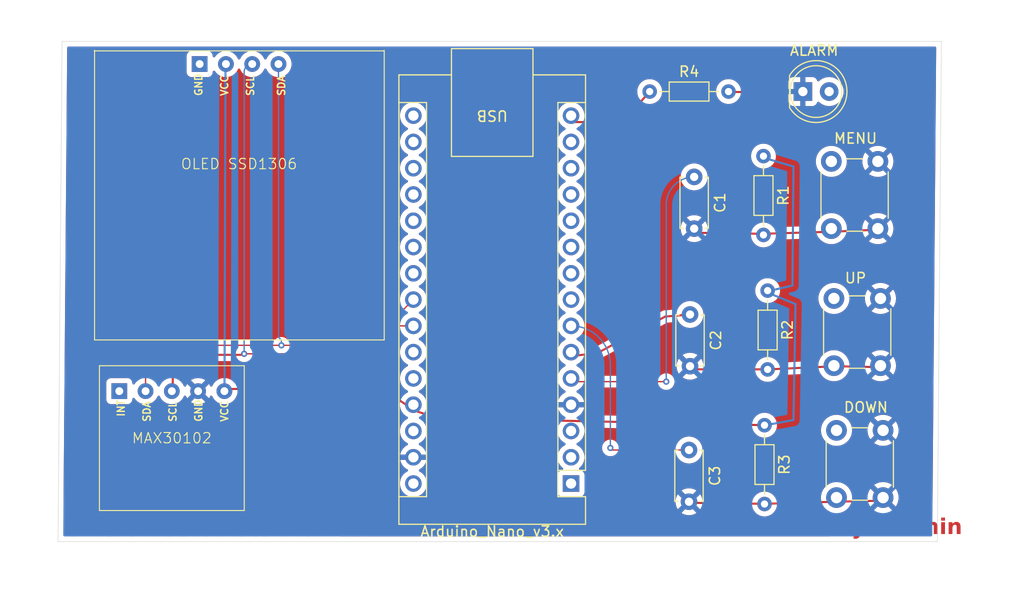
<source format=kicad_pcb>
(kicad_pcb (version 20240108) (generator "pcbnew") (generator_version "8.0")
  (layers (0 "F.Cu" signal "Front") (1 "In1.Cu" signal) (2 "In2.Cu" signal) (31 "B.Cu" signal "Back") (34 "B.Paste" user) (35 "F.Paste" user) (36 "B.SilkS" user "B.Silkscreen") (37 "F.SilkS" user "F.Silkscreen") (38 "B.Mask" user) (39 "F.Mask" user) (44 "Edge.Cuts" user))
  (net 0 "")
  (net 1 "Net-(A1-D3)")
  (net 9 "Net-(A1-A5)")
  (net 14 "Net-(A1-D12)")
  (net 15 "Net-(A1-D2)")
  (net 21 "GND")
  (net 24 "Net-(A1-D4)")
  (net 26 "+5V")
  (net 29 "Net-(A1-A4)")
  (net 30 "Net-(D1-A)")
  (net 32 "VCC")
  (footprint "Capacitor_THT:C_Disc_D4.7mm_W2.5mm_P5.00mm" (layer "F.Cu") (at 171 91.52 -90)
    (property "Reference" "C2" (at 2.5 -2.5 90) (layer "F.SilkS"))
    (property "Value" "100n")
    (fp_line (start 0.03 1.37) (end 4.97 1.37) (stroke (width 0.12)) (layer "F.SilkS"))
    (fp_line (start 0.03 1.055) (end 0.03 1.37) (stroke (width 0.12)) (layer "F.SilkS"))
    (fp_line (start 4.97 1.055) (end 4.97 1.37) (stroke (width 0.12)) (layer "F.SilkS"))
    (fp_line (start 0.03 -1.37) (end 0.03 -1.055) (stroke (width 0.12)) (layer "F.SilkS"))
    (fp_line (start 0.03 -1.37) (end 4.97 -1.37) (stroke (width 0.12)) (layer "F.SilkS"))
    (fp_line (start 4.97 -1.37) (end 4.97 -1.055) (stroke (width 0.12)) (layer "F.SilkS"))
    (pad "1" thru_hole circle (at 0 0 270) (size 1.6 1.6) (drill 0.8) (layers "*.Cu" "*.Mask") (net 1 "Net-(A1-D3)"))
    (pad "2" thru_hole circle (at 5 0 270) (size 1.6 1.6) (drill 0.8) (layers "*.Cu" "*.Mask") (net 21 "GND"))
  )
  (footprint "LED_THT:LED_D5.0mm" (layer "F.Cu") (at 181.91 69.97)
    (property "Reference" "ALARM" (at 1.09 -3.97 0) (layer "F.SilkS"))
    (property "Value" "LED")
    (fp_line (start -1.29 -1.545) (end -1.29 1.545) (stroke (width 0.12)) (layer "F.SilkS"))
    (fp_arc (start -1.29 -1.54483) (mid 2.071756 -2.880501) (end 4.26 -0.000048) (stroke (width 0.12)) (layer "F.SilkS"))
    (fp_arc (start 4.26 0.000048) (mid 2.071756 2.880501) (end -1.29 1.54483) (stroke (width 0.12)) (layer "F.SilkS"))
    (fp_circle (center 1.27 0) (end 3.77 0) (stroke (width 0.12)) (fill none) (layer "F.SilkS"))
    (pad "1" thru_hole rect (at 0 0) (size 1.8 1.8) (drill 0.9) (layers "*.Cu" "*.Mask") (net 21 "GND"))
    (pad "2" thru_hole circle (at 2.54 0) (size 1.8 1.8) (drill 0.9) (layers "*.Cu" "*.Mask") (net 30 "Net-(D1-A)"))
  )
  (footprint "Button_Switch_THT:SW_PUSH_6mm" (layer "F.Cu") (at 189.16 76.72 -90)
    (property "Reference" "MENU" (at -2.22 2.16 180) (layer "F.SilkS"))
    (property "Value" "SW_Push")
    (fp_line (start 1 5.5) (end 5.5 5.5) (stroke (width 0.12)) (layer "F.SilkS"))
    (fp_line (start 6.75 3) (end 6.75 1.5) (stroke (width 0.12)) (layer "F.SilkS"))
    (fp_line (start -0.25 1.5) (end -0.25 3) (stroke (width 0.12)) (layer "F.SilkS"))
    (fp_line (start 5.5 -1) (end 1 -1) (stroke (width 0.12)) (layer "F.SilkS"))
    (pad "1" thru_hole circle (at 0 0) (size 2 2) (drill 1.1) (layers "*.Cu" "*.Mask") (net 21 "GND"))
    (pad "1" thru_hole circle (at 6.5 0) (size 2 2) (drill 1.1) (layers "*.Cu" "*.Mask") (net 21 "GND"))
    (pad "2" thru_hole circle (at 0 4.5) (size 2 2) (drill 1.1) (layers "*.Cu" "*.Mask") (net 15 "Net-(A1-D2)"))
    (pad "2" thru_hole circle (at 6.5 4.5) (size 2 2) (drill 1.1) (layers "*.Cu" "*.Mask") (net 15 "Net-(A1-D2)"))
  )
  (footprint "SPO2_Stuff:SSD1306" (layer "F.Cu") (at 127.41 77.47)
    (property "Reference" "OLED SSD1306" (at 0 -0.5 0) (layer "F.SilkS") (effects (font (thickness 0.1))))
    (property "Value" "SSD1306")
    (fp_line (start -14 -11.43) (end 14 -11.43) (stroke (width 0.1)) (layer "F.SilkS"))
    (fp_line (start -13.97 16.51) (end -13.97 -11.49) (stroke (width 0.1)) (layer "F.SilkS"))
    (fp_line (start 14.03 -11.49) (end 14.03 16.51) (stroke (width 0.1)) (layer "F.SilkS"))
    (fp_line (start 14.03 16.51) (end -13.97 16.51) (stroke (width 0.1)) (layer "F.SilkS"))
    (fp_text user "SCL" (at 1.5 -7 90) (layer "F.SilkS") (effects (font (size 0.7 0.7) (thickness 0.14) (bold yes)) (justify left bottom)))
    (fp_text user "SDA" (at 4.5 -7 90) (layer "F.SilkS") (effects (font (size 0.7 0.7) (thickness 0.14) (bold yes)) (justify left bottom)))
    (fp_text user "GND" (at -3.5 -7 90) (layer "F.SilkS") (effects (font (size 0.7 0.7) (thickness 0.14) (bold yes)) (justify left bottom)))
    (fp_text user "VCC" (at -1 -7 90) (layer "F.SilkS") (effects (font (size 0.7 0.7) (thickness 0.14) (bold yes)) (justify left bottom)))
    (pad "1" thru_hole rect (at -3.81 -10.16) (size 1.524 1.524) (drill 0.762) (layers "*.Cu" "*.Mask"))
    (pad "2" thru_hole circle (at -1.27 -10.16) (size 1.524 1.524) (drill 0.762) (layers "*.Cu" "*.Mask") (net 32 "VCC"))
    (pad "3" thru_hole circle (at 1.27 -10.16) (size 1.524 1.524) (drill 0.762) (layers "*.Cu" "*.Mask") (net 9 "Net-(A1-A5)"))
    (pad "4" thru_hole circle (at 3.81 -10.16) (size 1.524 1.524) (drill 0.762) (layers "*.Cu" "*.Mask") (net 29 "Net-(A1-A4)"))
  )
  (footprint "SPO2_Stuff:MAX30102" (layer "F.Cu") (at 120.91 101.47)
    (property "Reference" "MAX30102" (at 0 2 0) (layer "F.SilkS") (effects (font (thickness 0.1))))
    (property "Value" "MAX30102")
    (fp_line (start -7 -5) (end 7 -5) (stroke (width 0.1)) (layer "F.SilkS"))
    (fp_line (start -7 9) (end -7 -5) (stroke (width 0.1)) (layer "F.SilkS"))
    (fp_line (start 7 -5) (end 7 9) (stroke (width 0.1)) (layer "F.SilkS"))
    (fp_line (start 7 9) (end -7 9) (stroke (width 0.1)) (layer "F.SilkS"))
    (fp_text user "SCL" (at 0.5 0.5 90) (layer "F.SilkS") (effects (font (size 0.7 0.7) (thickness 0.14) (bold yes)) (justify left bottom)))
    (fp_text user "VCC" (at 5.5 0.5 90) (layer "F.SilkS") (effects (font (size 0.7 0.7) (thickness 0.14) (bold yes)) (justify left bottom)))
    (fp_text user "INT" (at -4.5 0 90) (layer "F.SilkS") (effects (font (size 0.7 0.7) (thickness 0.14) (bold yes)) (justify left bottom)))
    (fp_text user "SDA" (at -2 0.5 90) (layer "F.SilkS") (effects (font (size 0.7 0.7) (thickness 0.14) (bold yes)) (justify left bottom)))
    (fp_text user "GND" (at 3 0.5 90) (layer "F.SilkS") (effects (font (size 0.7 0.7) (thickness 0.14) (bold yes)) (justify left bottom)))
    (pad "1" thru_hole rect (at -5.08 -2.54) (size 1.524 1.524) (drill 0.762) (layers "*.Cu" "*.Mask"))
    (pad "2" thru_hole circle (at -2.54 -2.54) (size 1.524 1.524) (drill 0.762) (layers "*.Cu" "*.Mask") (net 29 "Net-(A1-A4)"))
    (pad "3" thru_hole circle (at 0 -2.54) (size 1.524 1.524) (drill 0.762) (layers "*.Cu" "*.Mask") (net 9 "Net-(A1-A5)"))
    (pad "4" thru_hole circle (at 2.54 -2.54) (size 1.524 1.524) (drill 0.762) (layers "*.Cu" "*.Mask") (net 21 "GND"))
    (pad "5" thru_hole circle (at 5.08 -2.54) (size 1.524 1.524) (drill 0.762) (layers "*.Cu" "*.Mask") (net 32 "VCC"))
  )
  (footprint "Resistor_THT:R_Axial_DIN0204_L3.6mm_D1.6mm_P7.62mm_Horizontal" (layer "F.Cu") (at 178.5 89.21 -90)
    (property "Reference" "R2" (at 3.81 -1.92 90) (layer "F.SilkS"))
    (property "Value" "1k")
    (fp_line (start 1.89 0.92) (end 5.73 0.92) (stroke (width 0.12)) (layer "F.SilkS"))
    (fp_line (start 5.73 0.92) (end 5.73 -0.92) (stroke (width 0.12)) (layer "F.SilkS"))
    (fp_line (start 0.94 0) (end 1.89 0) (stroke (width 0.12)) (layer "F.SilkS"))
    (fp_line (start 6.68 0) (end 5.73 0) (stroke (width 0.12)) (layer "F.SilkS"))
    (fp_line (start 1.89 -0.92) (end 1.89 0.92) (stroke (width 0.12)) (layer "F.SilkS"))
    (fp_line (start 5.73 -0.92) (end 1.89 -0.92) (stroke (width 0.12)) (layer "F.SilkS"))
    (pad "1" thru_hole circle (at 0 0 270) (size 1.4 1.4) (drill 0.7) (layers "*.Cu" "*.Mask") (net 26 "+5V"))
    (pad "2" thru_hole oval (at 7.62 0 270) (size 1.4 1.4) (drill 0.7) (layers "*.Cu" "*.Mask") (net 1 "Net-(A1-D3)"))
  )
  (footprint "Resistor_THT:R_Axial_DIN0204_L3.6mm_D1.6mm_P7.62mm_Horizontal" (layer "F.Cu") (at 178.1 76.21 -90)
    (property "Reference" "R1" (at 3.81 -1.92 90) (layer "F.SilkS"))
    (property "Value" "1k")
    (fp_line (start 1.89 0.92) (end 5.73 0.92) (stroke (width 0.12)) (layer "F.SilkS"))
    (fp_line (start 5.73 0.92) (end 5.73 -0.92) (stroke (width 0.12)) (layer "F.SilkS"))
    (fp_line (start 0.94 0) (end 1.89 0) (stroke (width 0.12)) (layer "F.SilkS"))
    (fp_line (start 6.68 0) (end 5.73 0) (stroke (width 0.12)) (layer "F.SilkS"))
    (fp_line (start 1.89 -0.92) (end 1.89 0.92) (stroke (width 0.12)) (layer "F.SilkS"))
    (fp_line (start 5.73 -0.92) (end 1.89 -0.92) (stroke (width 0.12)) (layer "F.SilkS"))
    (pad "1" thru_hole circle (at 0 0 270) (size 1.4 1.4) (drill 0.7) (layers "*.Cu" "*.Mask") (net 26 "+5V"))
    (pad "2" thru_hole oval (at 7.62 0 270) (size 1.4 1.4) (drill 0.7) (layers "*.Cu" "*.Mask") (net 15 "Net-(A1-D2)"))
  )
  (footprint "Button_Switch_THT:SW_PUSH_6mm" (layer "F.Cu") (at 189.41 89.97 -90)
    (property "Reference" "UP" (at -1.97 2.41 180) (layer "F.SilkS"))
    (property "Value" "SW_Push")
    (fp_line (start 1 5.5) (end 5.5 5.5) (stroke (width 0.12)) (layer "F.SilkS"))
    (fp_line (start 6.75 3) (end 6.75 1.5) (stroke (width 0.12)) (layer "F.SilkS"))
    (fp_line (start -0.25 1.5) (end -0.25 3) (stroke (width 0.12)) (layer "F.SilkS"))
    (fp_line (start 5.5 -1) (end 1 -1) (stroke (width 0.12)) (layer "F.SilkS"))
    (pad "1" thru_hole circle (at 0 0) (size 2 2) (drill 1.1) (layers "*.Cu" "*.Mask") (net 21 "GND"))
    (pad "1" thru_hole circle (at 6.5 0) (size 2 2) (drill 1.1) (layers "*.Cu" "*.Mask") (net 21 "GND"))
    (pad "2" thru_hole circle (at 0 4.5) (size 2 2) (drill 1.1) (layers "*.Cu" "*.Mask") (net 1 "Net-(A1-D3)"))
    (pad "2" thru_hole circle (at 6.5 4.5) (size 2 2) (drill 1.1) (layers "*.Cu" "*.Mask") (net 1 "Net-(A1-D3)"))
  )
  (footprint "Capacitor_THT:C_Disc_D4.7mm_W2.5mm_P5.00mm" (layer "F.Cu") (at 170.9 104.62 -90)
    (property "Reference" "C3" (at 2.5 -2.5 90) (layer "F.SilkS"))
    (property "Value" "100n")
    (fp_line (start 0.03 1.37) (end 4.97 1.37) (stroke (width 0.12)) (layer "F.SilkS"))
    (fp_line (start 0.03 1.055) (end 0.03 1.37) (stroke (width 0.12)) (layer "F.SilkS"))
    (fp_line (start 4.97 1.055) (end 4.97 1.37) (stroke (width 0.12)) (layer "F.SilkS"))
    (fp_line (start 0.03 -1.37) (end 0.03 -1.055) (stroke (width 0.12)) (layer "F.SilkS"))
    (fp_line (start 0.03 -1.37) (end 4.97 -1.37) (stroke (width 0.12)) (layer "F.SilkS"))
    (fp_line (start 4.97 -1.37) (end 4.97 -1.055) (stroke (width 0.12)) (layer "F.SilkS"))
    (pad "1" thru_hole circle (at 0 0 270) (size 1.6 1.6) (drill 0.8) (layers "*.Cu" "*.Mask") (net 24 "Net-(A1-D4)"))
    (pad "2" thru_hole circle (at 5 0 270) (size 1.6 1.6) (drill 0.8) (layers "*.Cu" "*.Mask") (net 21 "GND"))
  )
  (footprint "Resistor_THT:R_Axial_DIN0204_L3.6mm_D1.6mm_P7.62mm_Horizontal" (layer "F.Cu") (at 167.1 69.97)
    (property "Reference" "R4" (at 3.81 -1.92 0) (layer "F.SilkS"))
    (property "Value" "1k")
    (fp_line (start 0.94 0) (end 1.89 0) (stroke (width 0.12)) (layer "F.SilkS"))
    (fp_line (start 1.89 -0.92) (end 1.89 0.92) (stroke (width 0.12)) (layer "F.SilkS"))
    (fp_line (start 1.89 0.92) (end 5.73 0.92) (stroke (width 0.12)) (layer "F.SilkS"))
    (fp_line (start 5.73 -0.92) (end 1.89 -0.92) (stroke (width 0.12)) (layer "F.SilkS"))
    (fp_line (start 5.73 0.92) (end 5.73 -0.92) (stroke (width 0.12)) (layer "F.SilkS"))
    (fp_line (start 6.68 0) (end 5.73 0) (stroke (width 0.12)) (layer "F.SilkS"))
    (pad "1" thru_hole circle (at 0 0) (size 1.4 1.4) (drill 0.7) (layers "*.Cu" "*.Mask") (net 14 "Net-(A1-D12)"))
    (pad "2" thru_hole oval (at 7.62 0) (size 1.4 1.4) (drill 0.7) (layers "*.Cu" "*.Mask") (net 30 "Net-(D1-A)"))
  )
  (footprint "Resistor_THT:R_Axial_DIN0204_L3.6mm_D1.6mm_P7.62mm_Horizontal" (layer "F.Cu") (at 178.2 102.22 -90)
    (property "Reference" "R3" (at 3.81 -1.92 90) (layer "F.SilkS"))
    (property "Value" "1k")
    (fp_line (start 1.89 0.92) (end 5.73 0.92) (stroke (width 0.12)) (layer "F.SilkS"))
    (fp_line (start 5.73 0.92) (end 5.73 -0.92) (stroke (width 0.12)) (layer "F.SilkS"))
    (fp_line (start 0.94 0) (end 1.89 0) (stroke (width 0.12)) (layer "F.SilkS"))
    (fp_line (start 6.68 0) (end 5.73 0) (stroke (width 0.12)) (layer "F.SilkS"))
    (fp_line (start 1.89 -0.92) (end 1.89 0.92) (stroke (width 0.12)) (layer "F.SilkS"))
    (fp_line (start 5.73 -0.92) (end 1.89 -0.92) (stroke (width 0.12)) (layer "F.SilkS"))
    (pad "1" thru_hole circle (at 0 0 270) (size 1.4 1.4) (drill 0.7) (layers "*.Cu" "*.Mask") (net 26 "+5V"))
    (pad "2" thru_hole oval (at 7.62 0 270) (size 1.4 1.4) (drill 0.7) (layers "*.Cu" "*.Mask") (net 24 "Net-(A1-D4)"))
  )
  (footprint "Button_Switch_THT:SW_PUSH_6mm" (layer "F.Cu") (at 189.66 102.72 -90)
    (property "Reference" "DOWN" (at -2.22 1.66 180) (layer "F.SilkS"))
    (property "Value" "SW_Push")
    (fp_line (start 1 5.5) (end 5.5 5.5) (stroke (width 0.12)) (layer "F.SilkS"))
    (fp_line (start 6.75 3) (end 6.75 1.5) (stroke (width 0.12)) (layer "F.SilkS"))
    (fp_line (start -0.25 1.5) (end -0.25 3) (stroke (width 0.12)) (layer "F.SilkS"))
    (fp_line (start 5.5 -1) (end 1 -1) (stroke (width 0.12)) (layer "F.SilkS"))
    (pad "1" thru_hole circle (at 0 0) (size 2 2) (drill 1.1) (layers "*.Cu" "*.Mask") (net 21 "GND"))
    (pad "1" thru_hole circle (at 6.5 0) (size 2 2) (drill 1.1) (layers "*.Cu" "*.Mask") (net 21 "GND"))
    (pad "2" thru_hole circle (at 0 4.5) (size 2 2) (drill 1.1) (layers "*.Cu" "*.Mask") (net 24 "Net-(A1-D4)"))
    (pad "2" thru_hole circle (at 6.5 4.5) (size 2 2) (drill 1.1) (layers "*.Cu" "*.Mask") (net 24 "Net-(A1-D4)"))
  )
  (footprint "Capacitor_THT:C_Disc_D4.7mm_W2.5mm_P5.00mm" (layer "F.Cu") (at 171.4 78.22 -90)
    (property "Reference" "C1" (at 2.5 -2.5 90) (layer "F.SilkS"))
    (property "Value" "100n")
    (fp_line (start 0.03 1.37) (end 4.97 1.37) (stroke (width 0.12)) (layer "F.SilkS"))
    (fp_line (start 0.03 1.055) (end 0.03 1.37) (stroke (width 0.12)) (layer "F.SilkS"))
    (fp_line (start 4.97 1.055) (end 4.97 1.37) (stroke (width 0.12)) (layer "F.SilkS"))
    (fp_line (start 0.03 -1.37) (end 0.03 -1.055) (stroke (width 0.12)) (layer "F.SilkS"))
    (fp_line (start 0.03 -1.37) (end 4.97 -1.37) (stroke (width 0.12)) (layer "F.SilkS"))
    (fp_line (start 4.97 -1.37) (end 4.97 -1.055) (stroke (width 0.12)) (layer "F.SilkS"))
    (pad "1" thru_hole circle (at 0 0 270) (size 1.6 1.6) (drill 0.8) (layers "*.Cu" "*.Mask") (net 15 "Net-(A1-D2)"))
    (pad "2" thru_hole circle (at 5 0 270) (size 1.6 1.6) (drill 0.8) (layers "*.Cu" "*.Mask") (net 21 "GND"))
  )
  (footprint "Module:Arduino_Nano" (layer "F.Cu") (at 159.5 107.86 180)
    (property "Reference" "Arduino_Nano_v3.x" (at 7.62 -4.64 0) (layer "F.SilkS"))
    (property "Value" "Arduino_Nano_v3.x")
    (fp_line (start 16.64 39.5) (end 16.64 -3.94) (stroke (width 0.12)) (layer "F.SilkS"))
    (fp_line (start 16.64 39.5) (end 11.56 39.5) (stroke (width 0.12)) (layer "F.SilkS"))
    (fp_line (start 16.64 -3.94) (end -1.4 -3.94) (stroke (width 0.12)) (layer "F.SilkS"))
    (fp_line (start 13.97 36.83) (end 16.64 36.83) (stroke (width 0.12)) (layer "F.SilkS"))
    (fp_line (start 13.97 -1.27) (end 16.64 -1.27) (stroke (width 0.12)) (layer "F.SilkS"))
    (fp_line (start 13.97 -1.27) (end 13.97 36.83) (stroke (width 0.12)) (layer "F.SilkS"))
    (fp_line (start 11.56 42.04) (end 3.68 42.04) (stroke (width 0.12)) (layer "F.SilkS"))
    (fp_line (start 11.56 31.62) (end 11.56 42.04) (stroke (width 0.12)) (layer "F.SilkS"))
    (fp_line (start 3.68 42.04) (end 3.68 31.62) (stroke (width 0.12)) (layer "F.SilkS"))
    (fp_line (start 3.68 31.62) (end 11.56 31.62) (stroke (width 0.12)) (layer "F.SilkS"))
    (fp_line (start 1.27 36.83) (end -1.4 36.83) (stroke (width 0.12)) (layer "F.SilkS"))
    (fp_line (start 1.27 1.27) (end 1.27 36.83) (stroke (width 0.12)) (layer "F.SilkS"))
    (fp_line (start 1.27 1.27) (end 1.27 -1.27) (stroke (width 0.12)) (layer "F.SilkS"))
    (fp_line (start 1.27 1.27) (end -1.4 1.27) (stroke (width 0.12)) (layer "F.SilkS"))
    (fp_line (start 1.27 -1.27) (end -1.4 -1.27) (stroke (width 0.12)) (layer "F.SilkS"))
    (fp_line (start -1.4 39.5) (end 3.68 39.5) (stroke (width 0.12)) (layer "F.SilkS"))
    (fp_line (start -1.4 1.27) (end -1.4 39.5) (stroke (width 0.12)) (layer "F.SilkS"))
    (fp_line (start -1.4 -3.94) (end -1.4 -1.27) (stroke (width 0.12)) (layer "F.SilkS"))
    (fp_text user "USB" (at 7.62 35.56 180) (layer "F.SilkS"))
    (pad "1" thru_hole rect (at 0 0 180) (size 1.6 1.6) (drill 1) (layers "*.Cu" "*.Mask"))
    (pad "2" thru_hole oval (at 0 2.54 180) (size 1.6 1.6) (drill 1) (layers "*.Cu" "*.Mask"))
    (pad "3" thru_hole oval (at 0 5.08 180) (size 1.6 1.6) (drill 1) (layers "*.Cu" "*.Mask"))
    (pad "4" thru_hole oval (at 0 7.62 180) (size 1.6 1.6) (drill 1) (layers "*.Cu" "*.Mask") (net 21 "GND"))
    (pad "5" thru_hole oval (at 0 10.16 180) (size 1.6 1.6) (drill 1) (layers "*.Cu" "*.Mask") (net 15 "Net-(A1-D2)"))
    (pad "6" thru_hole oval (at 0 12.7 180) (size 1.6 1.6) (drill 1) (layers "*.Cu" "*.Mask") (net 1 "Net-(A1-D3)"))
    (pad "7" thru_hole oval (at 0 15.24 180) (size 1.6 1.6) (drill 1) (layers "*.Cu" "*.Mask") (net 24 "Net-(A1-D4)"))
    (pad "8" thru_hole oval (at 0 17.78 180) (size 1.6 1.6) (drill 1) (layers "*.Cu" "*.Mask"))
    (pad "9" thru_hole oval (at 0 20.32 180) (size 1.6 1.6) (drill 1) (layers "*.Cu" "*.Mask"))
    (pad "10" thru_hole oval (at 0 22.86 180) (size 1.6 1.6) (drill 1) (layers "*.Cu" "*.Mask"))
    (pad "11" thru_hole oval (at 0 25.4 180) (size 1.6 1.6) (drill 1) (layers "*.Cu" "*.Mask"))
    (pad "12" thru_hole oval (at 0 27.94 180) (size 1.6 1.6) (drill 1) (layers "*.Cu" "*.Mask"))
    (pad "13" thru_hole oval (at 0 30.48 180) (size 1.6 1.6) (drill 1) (layers "*.Cu" "*.Mask"))
    (pad "14" thru_hole oval (at 0 33.02 180) (size 1.6 1.6) (drill 1) (layers "*.Cu" "*.Mask"))
    (pad "15" thru_hole oval (at 0 35.56 180) (size 1.6 1.6) (drill 1) (layers "*.Cu" "*.Mask") (net 14 "Net-(A1-D12)"))
    (pad "16" thru_hole oval (at 15.24 35.56 180) (size 1.6 1.6) (drill 1) (layers "*.Cu" "*.Mask"))
    (pad "17" thru_hole oval (at 15.24 33.02 180) (size 1.6 1.6) (drill 1) (layers "*.Cu" "*.Mask"))
    (pad "18" thru_hole oval (at 15.24 30.48 180) (size 1.6 1.6) (drill 1) (layers "*.Cu" "*.Mask"))
    (pad "19" thru_hole oval (at 15.24 27.94 180) (size 1.6 1.6) (drill 1) (layers "*.Cu" "*.Mask"))
    (pad "20" thru_hole oval (at 15.24 25.4 180) (size 1.6 1.6) (drill 1) (layers "*.Cu" "*.Mask"))
    (pad "21" thru_hole oval (at 15.24 22.86 180) (size 1.6 1.6) (drill 1) (layers "*.Cu" "*.Mask"))
    (pad "22" thru_hole oval (at 15.24 20.32 180) (size 1.6 1.6) (drill 1) (layers "*.Cu" "*.Mask"))
    (pad "23" thru_hole oval (at 15.24 17.78 180) (size 1.6 1.6) (drill 1) (layers "*.Cu" "*.Mask") (net 29 "Net-(A1-A4)"))
    (pad "24" thru_hole oval (at 15.24 15.24 180) (size 1.6 1.6) (drill 1) (layers "*.Cu" "*.Mask") (net 9 "Net-(A1-A5)"))
    (pad "25" thru_hole oval (at 15.24 12.7 180) (size 1.6 1.6) (drill 1) (layers "*.Cu" "*.Mask"))
    (pad "26" thru_hole oval (at 15.24 10.16 180) (size 1.6 1.6) (drill 1) (layers "*.Cu" "*.Mask"))
    (pad "27" thru_hole oval (at 15.24 7.62 180) (size 1.6 1.6) (drill 1) (layers "*.Cu" "*.Mask") (net 26 "+5V"))
    (pad "28" thru_hole oval (at 15.24 5.08 180) (size 1.6 1.6) (drill 1) (layers "*.Cu" "*.Mask"))
    (pad "29" thru_hole oval (at 15.24 2.54 180) (size 1.6 1.6) (drill 1) (layers "*.Cu" "*.Mask") (net 21 "GND"))
    (pad "30" thru_hole oval (at 15.24 0 180) (size 1.6 1.6) (drill 1) (layers "*.Cu" "*.Mask"))
  )
  (gr_line (start 184.7 83.52) (end 189.2 83.32) (stroke (width 0.2)) (layer "F.Cu"))
  (gr_line (start 141.3 98.72) (end 125.8 98.72) (stroke (width 0.2)) (layer "F.Cu"))
  (gr_line (start 162.1 95.22) (end 159.8 95.52) (stroke (width 0.2)) (layer "F.Cu") (net 1))
  (gr_line (start 170.8 109.72) (end 178.2 109.82) (stroke (width 0.2)) (layer "F.Cu"))
  (gr_line (start 171.1 96.82) (end 178.7 96.82) (stroke (width 0.2)) (layer "F.Cu"))
  (gr_line (start 164.5 72.92) (end 159.7 72.92) (stroke (width 0.2)) (layer "F.Cu") (net 14))
  (gr_line (start 146.5 101.52) (end 144.4 100.82) (stroke (width 0.2)) (layer "F.Cu") (net 26))
  (gr_line (start 144.4 100.82) (end 141.3 98.72) (stroke (width 0.2)) (layer "F.Cu") (net 26))
  (gr_line (start 181.91 69.97) (end 174.6 70.02) (stroke (width 0.2)) (layer "F.Cu"))
  (gr_line (start 121 95.42) (end 121 98.82) (stroke (width 0.2)) (layer "F.Cu") (net 9))
  (gr_line (start 178 83.72) (end 184.7 83.52) (stroke (width 0.2)) (layer "F.Cu"))
  (gr_line (start 171 91.52) (end 168.6 91.72) (stroke (width 0.2)) (layer "F.Cu") (net 1))
  (gr_line (start 178.2 102.22) (end 146.5 101.52) (stroke (width 0.2)) (layer "F.Cu") (net 26))
  (gr_line (start 185.1 96.52) (end 189.8 96.62) (stroke (width 0.2)) (layer "F.Cu"))
  (gr_line (start 178.7 96.82) (end 185.1 96.52) (stroke (width 0.2)) (layer "F.Cu"))
  (gr_line (start 185 109.62) (end 189.5 109.52) (stroke (width 0.2)) (layer "F.Cu"))
  (gr_line (start 167.1 69.97) (end 164.5 72.92) (stroke (width 0.2)) (layer "F.Cu") (net 14))
  (gr_line (start 127.6 95.42) (end 121 95.42) (stroke (width 0.2)) (layer "F.Cu") (net 9))
  (gr_line (start 168.6 91.72) (end 162.1 95.22) (stroke (width 0.2)) (layer "F.Cu") (net 1))
  (gr_line (start 171.4 83.62) (end 178 83.72) (stroke (width 0.2)) (layer "F.Cu"))
  (gr_line (start 178.2 109.82) (end 185 109.62) (stroke (width 0.2)) (layer "F.Cu"))
  (gr_line (start 181 101.72) (end 178.3 102.22) (stroke (width 0.2)) (layer "B.Cu") (net 26))
  (gr_line (start 180.9 88.72) (end 178.3 89.32) (stroke (width 0.2)) (layer "B.Cu") (net 26))
  (gr_line (start 181.2 90.52) (end 181 101.72) (stroke (width 0.2)) (layer "B.Cu") (net 26))
  (gr_line (start 181 77.22) (end 180.9 88.72) (stroke (width 0.2)) (layer "B.Cu") (net 26))
  (gr_line (start 178.3 76.42) (end 181 77.22) (stroke (width 0.2)) (layer "B.Cu") (net 26))
  (gr_line (start 178.3 89.32) (end 181.2 90.52) (stroke (width 0.2)) (layer "B.Cu") (net 26))
  (gr_line (start 126 99.12) (end 126.1 67.22) (stroke (width 0.2)) (layer "B.Cu"))
  (gr_line (start 195.3 65.12) (end 110.3 65.12) (stroke (width 0.05)) (layer "Edge.Cuts"))
  (gr_line (start 194.91 113.47) (end 195.3 65.12) (stroke (width 0.05)) (layer "Edge.Cuts"))
  (gr_line (start 109.91 113.47) (end 194.91 113.47) (stroke (width 0.05)) (layer "Edge.Cuts"))
  (gr_line (start 110.3 65.12) (end 109.91 113.47) (stroke (width 0.05)) (layer "Edge.Cuts"))
  (gr_text "By Nermin" (at 185 113 0) (layer "F.Cu") (effects (font (size 1.5 1.5) (thickness 0.3) (bold yes)) (justify left bottom)))
  (gr_text "Smart Heart Rate Monitor " (at 110.5 113 0) (layer "F.Cu") (effects (font (size 1.5 1.5) (thickness 0.3) (bold yes)) (justify left bottom)))
  (segment (start 144.26 92.62) (end 142.5 92.62) (width 0.127) (layer "F.Cu") (net 9))
  (segment (start 139.8 95.32) (end 127.9 95.32) (width 0.127) (layer "F.Cu") (net 9))
  (via (at 127.9 95.32) (size 0.6) (drill 0.3) (layers "F.Cu" "B.Cu") (net 9))
  (arc (start 142.3 92.82) (mid 141.567767 94.587767) (end 139.8 95.32) (width 0.127) (layer "F.Cu") (net 9))
  (arc (start 142.5 92.62) (mid 142.358579 92.678579) (end 142.3 92.82) (width 0.127) (layer "F.Cu") (net 9))
  (segment (start 127.9 95.32) (end 127.9 68.09) (width 0.127) (layer "B.Cu") (net 9))
  (arc (start 127.9 68.09) (mid 128.128457 67.538457) (end 128.68 67.31) (width 0.127) (layer "B.Cu") (net 9))
  (segment (start 168.79 98.01) (end 168.7 98.01) (width 0.127) (layer "F.Cu") (net 15))
  (segment (start 159.91 98.01) (end 168.7 98.01) (width 0.127) (layer "F.Cu") (net 15))
  (via (at 168.7 98.01) (size 0.6) (drill 0.3) (layers "F.Cu" "B.Cu") (net 15))
  (arc (start 168.8 98.02) (mid 168.797071 98.012929) (end 168.79 98.01) (width 0.127) (layer "F.Cu") (net 15))
  (segment (start 168.7 98.01) (end 168.7 80.92) (width 0.127) (layer "B.Cu") (net 15))
  (arc (start 168.7 80.92) (mid 169.490812 79.010812) (end 171.4 78.22) (width 0.127) (layer "B.Cu") (net 15))
  (segment (start 181.952426 70.072427) (end 182 70.12) (width 0.127) (layer "F.Cu") (net 21))
  (arc (start 181.91 69.97) (mid 181.921026 70.025433) (end 181.952426 70.072427) (width 0.127) (layer "F.Cu") (net 21))
  (segment (start 170.9 104.62) (end 163.5 104.62) (width 0.127) (layer "F.Cu") (net 24))
  (via (at 163.3 104.42) (size 0.6) (drill 0.3) (layers "F.Cu" "B.Cu") (net 24))
  (arc (start 163.5 104.62) (mid 163.358579 104.561421) (end 163.3 104.42) (width 0.127) (layer "F.Cu") (net 24))
  (segment (start 163.3 104.42) (end 163.3 96.42) (width 0.127) (layer "B.Cu") (net 24))
  (arc (start 163.3 96.42) (mid 162.187006 93.732994) (end 159.5 92.62) (width 0.127) (layer "B.Cu") (net 24))
  (segment (start 141.5 92) (end 141.5 94) (width 0.127) (layer "F.Cu") (net 29))
  (segment (start 141 94.5) (end 131.5 94.5) (width 0.127) (layer "F.Cu") (net 29))
  (segment (start 144.26 90.08) (end 142.84 91.5) (width 0.127) (layer "F.Cu") (net 29))
  (segment (start 141.5 94) (end 141 94.5) (width 0.127) (layer "F.Cu") (net 29))
  (segment (start 121.509171 94.5) (end 118.37 97.639171) (width 0.127) (layer "F.Cu") (net 29))
  (segment (start 142.84 91.5) (end 142 91.5) (width 0.127) (layer "F.Cu") (net 29))
  (segment (start 131.5 94.5) (end 121.509171 94.5) (width 0.127) (layer "F.Cu") (net 29))
  (segment (start 142 91.5) (end 141.5 92) (width 0.127) (layer "F.Cu") (net 29))
  (segment (start 118.37 97.639171) (end 118.37 98.93) (width 0.127) (layer "F.Cu") (net 29))
  (via (at 131.5 94.5) (size 0.6) (drill 0.3) (layers "F.Cu" "B.Cu") (net 29))
  (arc (start 118 98.56) (mid 118.10837 98.82163) (end 118.37 98.93) (width 0.127) (layer "F.Cu") (net 29))
  (segment (start 131.5 94) (end 131.22 93.72) (width 0.127) (layer "B.Cu") (net 29))
  (segment (start 131.22 93.72) (end 131.22 67.31) (width 0.127) (layer "B.Cu") (net 29))
  (segment (start 131.5 94.5) (end 131.5 94) (width 0.127) (layer "B.Cu") (net 29))
  (arc (start 131.3 67.39) (mid 131.276569 67.333431) (end 131.22 67.31) (width 0.127) (layer "B.Cu") (net 29))
  (segment (start 174.72 69.97) (end 174.72 69.82) (width 0.127) (layer "F.Cu") (net 30))
  (zone (net 21) (net_name "GND") (layers "F&B.Cu") (connect_pads (clearance 0.5)) (min_thickness 0.25) (fill yes (thermal_gap 0.5) (thermal_bridge_width 0.5))
    (polygon (pts (xy 105.3 62.12) (xy 105.3 119.12) (xy 203.3 119.12) (xy 203.3 61.12) (xy 104.3 62.12)))
  )
)
</source>
